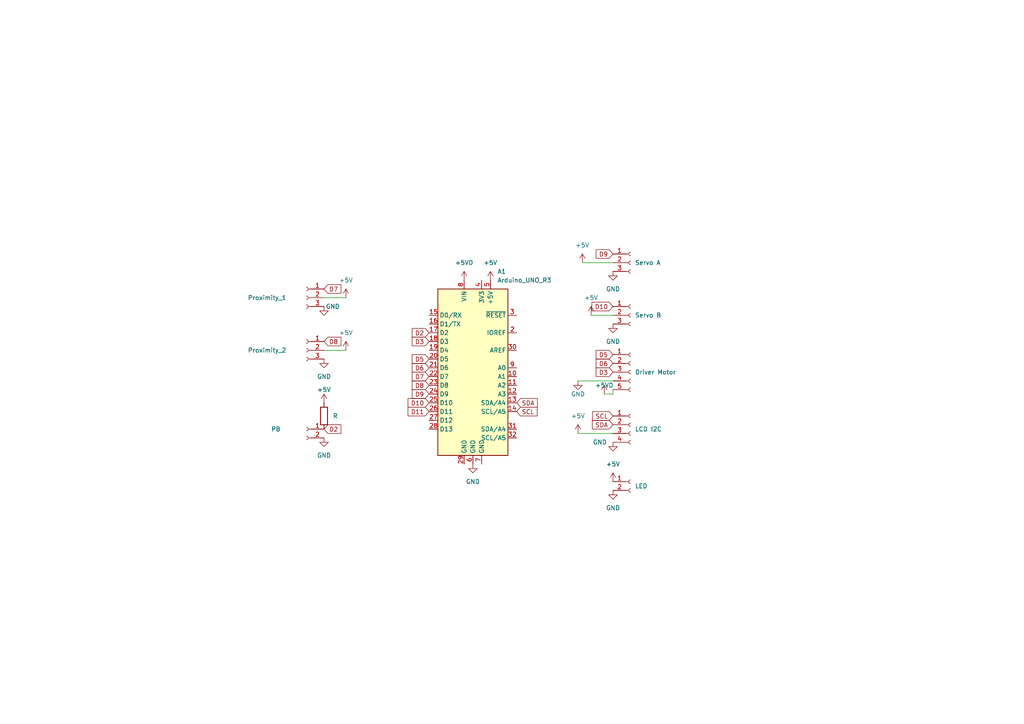
<source format=kicad_sch>
(kicad_sch (version 20211123) (generator eeschema)
  (paper "A4")
  (lib_symbols
    (symbol "Connector:Conn_01x02_Female" (pin_names (offset 1.016) hide)
      (property "Reference" "J" (at 0 2.54 0))
      (property "Value" "Conn_01x02_Female" (at 0 -5.08 0))
      (symbol "Conn_01x02_Female_1_1"
        (arc (start 0 -2.032) (mid -0.508 -2.54) (end 0 -3.048) (stroke (width 0.1524)))
        (polyline (pts (xy -1.27 -2.54) (xy -0.508 -2.54)) (stroke (width 0.1524)))
        (polyline (pts (xy -1.27 0) (xy -0.508 0)) (stroke (width 0.1524)))
        (arc (start 0 0.508) (mid -0.508 0) (end 0 -0.508) (stroke (width 0.1524)))
        (pin passive line (at -5.08 0 0) (length 3.81) (name "Pin_1") (number "1"))
        (pin passive line (at -5.08 -2.54 0) (length 3.81) (name "Pin_2") (number "2"))
      )
    )
    (symbol "Connector:Conn_01x03_Female" (pin_names (offset 1.016) hide)
      (property "Reference" "J" (at 0 5.08 0))
      (property "Value" "Conn_01x03_Female" (at 0 -5.08 0))
      (symbol "Conn_01x03_Female_1_1"
        (arc (start 0 -2.032) (mid -0.508 -2.54) (end 0 -3.048) (stroke (width 0.1524)))
        (polyline (pts (xy -1.27 -2.54) (xy -0.508 -2.54)) (stroke (width 0.1524)))
        (polyline (pts (xy -1.27 0) (xy -0.508 0)) (stroke (width 0.1524)))
        (polyline (pts (xy -1.27 2.54) (xy -0.508 2.54)) (stroke (width 0.1524)))
        (arc (start 0 0.508) (mid -0.508 0) (end 0 -0.508) (stroke (width 0.1524)))
        (arc (start 0 3.048) (mid -0.508 2.54) (end 0 2.032) (stroke (width 0.1524)))
        (pin passive line (at -5.08 2.54 0) (length 3.81) (name "Pin_1") (number "1"))
        (pin passive line (at -5.08 0 0) (length 3.81) (name "Pin_2") (number "2"))
        (pin passive line (at -5.08 -2.54 0) (length 3.81) (name "Pin_3") (number "3"))
      )
    )
    (symbol "Connector:Conn_01x04_Female" (pin_names (offset 1.016) hide)
      (property "Reference" "J" (at 0 5.08 0))
      (property "Value" "Conn_01x04_Female" (at 0 -7.62 0))
      (symbol "Conn_01x04_Female_1_1"
        (arc (start 0 -4.572) (mid -0.508 -5.08) (end 0 -5.588) (stroke (width 0.1524)))
        (arc (start 0 -2.032) (mid -0.508 -2.54) (end 0 -3.048) (stroke (width 0.1524)))
        (polyline (pts (xy -1.27 -5.08) (xy -0.508 -5.08)) (stroke (width 0.1524)))
        (polyline (pts (xy -1.27 -2.54) (xy -0.508 -2.54)) (stroke (width 0.1524)))
        (polyline (pts (xy -1.27 0) (xy -0.508 0)) (stroke (width 0.1524)))
        (polyline (pts (xy -1.27 2.54) (xy -0.508 2.54)) (stroke (width 0.1524)))
        (arc (start 0 0.508) (mid -0.508 0) (end 0 -0.508) (stroke (width 0.1524)))
        (arc (start 0 3.048) (mid -0.508 2.54) (end 0 2.032) (stroke (width 0.1524)))
        (pin passive line (at -5.08 2.54 0) (length 3.81) (name "Pin_1") (number "1"))
        (pin passive line (at -5.08 0 0) (length 3.81) (name "Pin_2") (number "2"))
        (pin passive line (at -5.08 -2.54 0) (length 3.81) (name "Pin_3") (number "3"))
        (pin passive line (at -5.08 -5.08 0) (length 3.81) (name "Pin_4") (number "4"))
      )
    )
    (symbol "Connector:Conn_01x05_Female" (pin_names (offset 1.016) hide)
      (property "Reference" "J" (at 0 7.62 0))
      (property "Value" "Conn_01x05_Female" (at 0 -7.62 0))
      (symbol "Conn_01x05_Female_1_1"
        (arc (start 0 -4.572) (mid -0.508 -5.08) (end 0 -5.588) (stroke (width 0.1524)))
        (arc (start 0 -2.032) (mid -0.508 -2.54) (end 0 -3.048) (stroke (width 0.1524)))
        (polyline (pts (xy -1.27 -5.08) (xy -0.508 -5.08)) (stroke (width 0.1524)))
        (polyline (pts (xy -1.27 -2.54) (xy -0.508 -2.54)) (stroke (width 0.1524)))
        (polyline (pts (xy -1.27 0) (xy -0.508 0)) (stroke (width 0.1524)))
        (polyline (pts (xy -1.27 2.54) (xy -0.508 2.54)) (stroke (width 0.1524)))
        (polyline (pts (xy -1.27 5.08) (xy -0.508 5.08)) (stroke (width 0.1524)))
        (arc (start 0 0.508) (mid -0.508 0) (end 0 -0.508) (stroke (width 0.1524)))
        (arc (start 0 3.048) (mid -0.508 2.54) (end 0 2.032) (stroke (width 0.1524)))
        (arc (start 0 5.588) (mid -0.508 5.08) (end 0 4.572) (stroke (width 0.1524)))
        (pin passive line (at -5.08 5.08 0) (length 3.81) (name "Pin_1") (number "1"))
        (pin passive line (at -5.08 2.54 0) (length 3.81) (name "Pin_2") (number "2"))
        (pin passive line (at -5.08 0 0) (length 3.81) (name "Pin_3") (number "3"))
        (pin passive line (at -5.08 -2.54 0) (length 3.81) (name "Pin_4") (number "4"))
        (pin passive line (at -5.08 -5.08 0) (length 3.81) (name "Pin_5") (number "5"))
      )
    )
    (symbol "Device:R" (pin_numbers hide) (pin_names (offset 0))
      (property "Reference" "R" (at 2.032 0 90))
      (property "Value" "R" (at 0 0 90))
      (symbol "R_0_1"
        (rectangle (start -1.016 -2.54) (end 1.016 2.54) (stroke (width 0.254)))
      )
      (symbol "R_1_1"
        (pin passive line (at 0 3.81 270) (length 1.27) (name "~") (number "1"))
        (pin passive line (at 0 -3.81 90) (length 1.27) (name "~") (number "2"))
      )
    )
    (symbol "MCU_Module:Arduino_UNO_R3"
      (property "Reference" "A" (at -10.16 23.495 0))
      (property "Value" "Arduino_UNO_R3" (at 5.08 -26.67 0))
      (symbol "Arduino_UNO_R3_0_1"
        (rectangle (start -10.16 22.86) (end 10.16 -25.4) (stroke (width 0.254)) (fill (type background)))
      )
      (symbol "Arduino_UNO_R3_1_1"
        (pin no_connect line (at -10.16 -20.32 0) (length 2.54) hide (name "NC") (number "1"))
        (pin bidirectional line (at 12.7 -2.54 180) (length 2.54) (name "A1") (number "10"))
        (pin bidirectional line (at 12.7 -5.08 180) (length 2.54) (name "A2") (number "11"))
        (pin bidirectional line (at 12.7 -7.62 180) (length 2.54) (name "A3") (number "12"))
        (pin bidirectional line (at 12.7 -10.16 180) (length 2.54) (name "SDA/A4") (number "13"))
        (pin bidirectional line (at 12.7 -12.7 180) (length 2.54) (name "SCL/A5") (number "14"))
        (pin bidirectional line (at -12.7 15.24 0) (length 2.54) (name "D0/RX") (number "15"))
        (pin bidirectional line (at -12.7 12.7 0) (length 2.54) (name "D1/TX") (number "16"))
        (pin bidirectional line (at -12.7 10.16 0) (length 2.54) (name "D2") (number "17"))
        (pin bidirectional line (at -12.7 7.62 0) (length 2.54) (name "D3") (number "18"))
        (pin bidirectional line (at -12.7 5.08 0) (length 2.54) (name "D4") (number "19"))
        (pin output line (at 12.7 10.16 180) (length 2.54) (name "IOREF") (number "2"))
        (pin bidirectional line (at -12.7 2.54 0) (length 2.54) (name "D5") (number "20"))
        (pin bidirectional line (at -12.7 0 0) (length 2.54) (name "D6") (number "21"))
        (pin bidirectional line (at -12.7 -2.54 0) (length 2.54) (name "D7") (number "22"))
        (pin bidirectional line (at -12.7 -5.08 0) (length 2.54) (name "D8") (number "23"))
        (pin bidirectional line (at -12.7 -7.62 0) (length 2.54) (name "D9") (number "24"))
        (pin bidirectional line (at -12.7 -10.16 0) (length 2.54) (name "D10") (number "25"))
        (pin bidirectional line (at -12.7 -12.7 0) (length 2.54) (name "D11") (number "26"))
        (pin bidirectional line (at -12.7 -15.24 0) (length 2.54) (name "D12") (number "27"))
        (pin bidirectional line (at -12.7 -17.78 0) (length 2.54) (name "D13") (number "28"))
        (pin power_in line (at -2.54 -27.94 90) (length 2.54) (name "GND") (number "29"))
        (pin input line (at 12.7 15.24 180) (length 2.54) (name "~{RESET}") (number "3"))
        (pin input line (at 12.7 5.08 180) (length 2.54) (name "AREF") (number "30"))
        (pin bidirectional line (at 12.7 -17.78 180) (length 2.54) (name "SDA/A4") (number "31"))
        (pin bidirectional line (at 12.7 -20.32 180) (length 2.54) (name "SCL/A5") (number "32"))
        (pin power_out line (at 2.54 25.4 270) (length 2.54) (name "3V3") (number "4"))
        (pin power_out line (at 5.08 25.4 270) (length 2.54) (name "+5V") (number "5"))
        (pin power_in line (at 0 -27.94 90) (length 2.54) (name "GND") (number "6"))
        (pin power_in line (at 2.54 -27.94 90) (length 2.54) (name "GND") (number "7"))
        (pin power_in line (at -2.54 25.4 270) (length 2.54) (name "VIN") (number "8"))
        (pin bidirectional line (at 12.7 0 180) (length 2.54) (name "A0") (number "9"))
      )
    )
    (symbol "power:+5V" (power) (pin_names (offset 0))
      (property "Value" "+5V" (at 0 3.556 0))
      (symbol "+5V_0_1"
        (polyline (pts (xy -0.762 1.27) (xy 0 2.54)))
        (polyline (pts (xy 0 0) (xy 0 2.54)))
        (polyline (pts (xy 0 2.54) (xy 0.762 1.27)))
      )
      (symbol "+5V_1_1"
        (pin power_in line (at 0 0 90) (length 0) hide (name "+5V") (number "1"))
      )
    )
    (symbol "power:+5VD" (power) (pin_names (offset 0))
      (property "Value" "+5VD" (at 0 3.556 0))
      (symbol "+5VD_0_1"
        (polyline (pts (xy -0.762 1.27) (xy 0 2.54)))
        (polyline (pts (xy 0 0) (xy 0 2.54)))
        (polyline (pts (xy 0 2.54) (xy 0.762 1.27)))
      )
      (symbol "+5VD_1_1"
        (pin power_in line (at 0 0 90) (length 0) hide (name "+5VD") (number "1"))
      )
    )
    (symbol "power:GND" (power) (pin_names (offset 0))
      (property "Value" "GND" (at 0 -3.81 0))
      (symbol "GND_0_1"
        (polyline (pts (xy 0 0) (xy 0 -1.27) (xy 1.27 -1.27) (xy 0 -2.54) (xy -1.27 -1.27) (xy 0 -1.27)))
      )
      (symbol "GND_1_1"
        (pin power_in line (at 0 0 270) (length 0) hide (name "GND") (number "1"))
      )
    )
  )
  (wire (pts (xy 100.33 101.6) (xy 93.98 101.6)))
  (wire (pts (xy 177.8 114.3) (xy 177.8 113.03)))
  (wire (pts (xy 167.64 125.73) (xy 177.8 125.73)))
  (wire (pts (xy 100.33 86.36) (xy 93.98 86.36)))
  (wire (pts (xy 171.45 91.44) (xy 177.8 91.44)))
  (wire (pts (xy 167.64 110.49) (xy 177.8 110.49)))
  (wire (pts (xy 175.26 114.3) (xy 177.8 114.3)))
  (wire (pts (xy 168.91 76.2) (xy 177.8 76.2)))
  (global_label "D6" (shape input) (at 177.8 105.41 180) (property "Intersheet References" "${INTERSHEET_REFS}" (effects hide)))
  (global_label "D6" (shape input) (at 124.46 106.68 180) (property "Intersheet References" "${INTERSHEET_REFS}" (effects hide)))
  (global_label "D10" (shape input) (at 124.46 116.84 180) (property "Intersheet References" "${INTERSHEET_REFS}" (effects hide)))
  (global_label "SDA" (shape input) (at 177.8 123.19 180) (property "Intersheet References" "${INTERSHEET_REFS}" (effects hide)))
  (global_label "D10" (shape input) (at 177.8 88.9 180) (property "Intersheet References" "${INTERSHEET_REFS}" (effects hide)))
  (global_label "D9" (shape input) (at 177.8 73.66 180) (property "Intersheet References" "${INTERSHEET_REFS}" (effects hide)))
  (global_label "D2" (shape input) (at 93.98 124.46 0) (property "Intersheet References" "${INTERSHEET_REFS}" (effects hide)))
  (global_label "D5" (shape input) (at 124.46 104.14 180) (property "Intersheet References" "${INTERSHEET_REFS}" (effects hide)))
  (global_label "SCL" (shape input) (at 177.8 120.65 180) (property "Intersheet References" "${INTERSHEET_REFS}" (effects hide)))
  (global_label "D7" (shape input) (at 93.98 83.82 0) (property "Intersheet References" "${INTERSHEET_REFS}" (effects hide)))
  (global_label "D7" (shape input) (at 124.46 109.22 180) (property "Intersheet References" "${INTERSHEET_REFS}" (effects hide)))
  (global_label "SDA" (shape input) (at 149.86 116.84 0) (property "Intersheet References" "${INTERSHEET_REFS}" (effects hide)))
  (global_label "D3" (shape input) (at 124.46 99.06 180) (property "Intersheet References" "${INTERSHEET_REFS}" (effects hide)))
  (global_label "SCL" (shape input) (at 149.86 119.38 0) (property "Intersheet References" "${INTERSHEET_REFS}" (effects hide)))
  (global_label "D2" (shape input) (at 124.46 96.52 180) (property "Intersheet References" "${INTERSHEET_REFS}" (effects hide)))
  (global_label "D5" (shape input) (at 177.8 102.87 180) (property "Intersheet References" "${INTERSHEET_REFS}" (effects hide)))
  (global_label "D9" (shape input) (at 124.46 114.3 180) (property "Intersheet References" "${INTERSHEET_REFS}" (effects hide)))
  (global_label "D8" (shape input) (at 124.46 111.76 180) (property "Intersheet References" "${INTERSHEET_REFS}" (effects hide)))
  (global_label "D3" (shape input) (at 177.8 107.95 180) (property "Intersheet References" "${INTERSHEET_REFS}" (effects hide)))
  (global_label "D11" (shape input) (at 124.46 119.38 180) (property "Intersheet References" "${INTERSHEET_REFS}" (effects hide)))
  (global_label "D8" (shape input) (at 93.98 99.06 0) (property "Intersheet References" "${INTERSHEET_REFS}" (effects hide)))
  (symbol (lib_id "Connector:Conn_01x03_Female") (at 88.9 86.36 0) (mirror y) (unit 1)
    (property "Reference" "J1" (effects hide))
    (property "Value" "Proximity_1" (at 77.47 86.36 0))
    (property "Footprint" "Connector_PinHeader_2.54mm:PinHeader_1x03_P2.54mm_Vertical" (effects hide))
  )
  (symbol (lib_id "power:GND") (at 177.8 142.24 0) (unit 1)
    (property "Reference" "#PWR0114" (effects hide))
    (property "Value" "GND" (at 177.8 147.32 0))
  )
  (symbol (lib_id "Connector:Conn_01x03_Female") (at 182.88 91.44 0) (unit 1)
    (property "Reference" "J5" (effects hide))
    (property "Value" "Servo B" (at 184.15 91.4399 0) (effects (justify left)))
    (property "Footprint" "Connector_PinHeader_2.54mm:PinHeader_1x03_P2.54mm_Vertical" (effects hide))
  )
  (symbol (lib_id "power:+5V") (at 100.33 101.6 0) (unit 1)
    (property "Reference" "#PWR0107" (effects hide))
    (property "Value" "+5V" (at 100.33 96.52 0))
  )
  (symbol (lib_id "power:+5V") (at 171.45 91.44 0) (unit 1)
    (property "Reference" "#PWR0117" (effects hide))
    (property "Value" "+5V" (at 171.45 86.36 0))
  )
  (symbol (lib_id "power:+5V") (at 177.8 139.7 0) (unit 1)
    (property "Reference" "#PWR0115" (effects hide))
    (property "Value" "+5V" (at 177.8 134.62 0))
  )
  (symbol (lib_id "Connector:Conn_01x05_Female") (at 182.88 107.95 0) (unit 1)
    (property "Reference" "J6" (effects hide))
    (property "Value" "Driver Motor" (at 184.15 107.9499 0) (effects (justify left)))
    (property "Footprint" "Connector_PinHeader_2.54mm:PinHeader_1x05_P2.54mm_Vertical" (effects hide))
  )
  (symbol (lib_id "power:GND") (at 167.64 110.49 0) (unit 1)
    (property "Reference" "#PWR0110" (effects hide))
    (property "Value" "GND" (at 167.64 114.3 0))
  )
  (symbol (lib_id "power:+5VD") (at 175.26 114.3 0) (unit 1)
    (property "Reference" "#PWR0113" (effects hide))
    (property "Value" "+5VD" (at 175.26 111.76 0))
  )
  (symbol (lib_id "power:+5V") (at 100.33 86.36 0) (unit 1)
    (property "Reference" "#PWR0109" (effects hide))
    (property "Value" "+5V" (at 100.33 81.28 0))
  )
  (symbol (lib_id "power:GND") (at 93.98 88.9 0) (unit 1)
    (property "Reference" "#PWR0108" (effects hide))
    (property "Value" "GND" (at 96.52 88.9 0))
  )
  (symbol (lib_id "power:+5V") (at 142.24 81.28 0) (unit 1)
    (property "Reference" "#PWR0105" (effects hide))
    (property "Value" "+5V" (at 142.24 76.2 0))
  )
  (symbol (lib_id "power:+5V") (at 167.64 125.73 0) (unit 1)
    (property "Reference" "#PWR0111" (effects hide))
    (property "Value" "+5V" (at 167.64 120.65 0))
  )
  (symbol (lib_id "power:+5V") (at 168.91 76.2 0) (unit 1)
    (property "Reference" "#PWR0119" (effects hide))
    (property "Value" "+5V" (at 168.91 71.12 0))
  )
  (symbol (lib_id "power:GND") (at 137.16 134.62 0) (unit 1)
    (property "Reference" "#PWR0104" (effects hide))
    (property "Value" "GND" (at 137.16 139.7 0))
  )
  (symbol (lib_id "power:GND") (at 177.8 128.27 0) (unit 1)
    (property "Reference" "#PWR0112" (effects hide))
    (property "Value" "GND" (at 173.99 128.27 0))
  )
  (symbol (lib_id "power:+5V") (at 93.98 116.84 0) (unit 1)
    (property "Reference" "#PWR0103" (effects hide))
    (property "Value" "+5V" (at 93.98 113.03 0))
  )
  (symbol (lib_id "Connector:Conn_01x03_Female") (at 182.88 76.2 0) (unit 1)
    (property "Reference" "J4" (effects hide))
    (property "Value" "Servo A" (at 184.15 76.1999 0) (effects (justify left)))
    (property "Footprint" "Connector_PinHeader_2.54mm:PinHeader_1x03_P2.54mm_Vertical" (effects hide))
  )
  (symbol (lib_id "Device:R") (at 93.98 120.65 0) (unit 1)
    (property "Reference" "R1" (effects hide))
    (property "Value" "R" (at 96.52 120.6499 0) (effects (justify left)))
    (property "Footprint" "Resistor_THT:R_Axial_DIN0207_L6.3mm_D2.5mm_P10.16mm_Horizontal" (effects hide))
  )
  (symbol (lib_id "MCU_Module:Arduino_UNO_R3") (at 137.16 106.68 0) (unit 1)
    (property "Reference" "A1" (at 144.2594 78.74 0) (effects (justify left)))
    (property "Value" "Arduino_UNO_R3" (at 144.2594 81.28 0) (effects (justify left)))
    (property "Footprint" "Module:Arduino_UNO_R3" (effects hide))
    (property "Datasheet" "https://www.arduino.cc/en/Main/arduinoBoardUno" (effects hide))
  )
  (symbol (lib_id "Connector:Conn_01x02_Female") (at 182.88 139.7 0) (unit 1)
    (property "Reference" "J8" (effects hide))
    (property "Value" "LED" (at 184.15 140.9699 0) (effects (justify left)))
    (property "Footprint" "Connector_PinHeader_2.54mm:PinHeader_1x02_P2.54mm_Vertical" (effects hide))
  )
  (symbol (lib_id "power:GND") (at 177.8 93.98 0) (unit 1)
    (property "Reference" "#PWR0116" (effects hide))
    (property "Value" "GND" (at 177.8 99.06 0))
  )
  (symbol (lib_id "power:+5VD") (at 134.62 81.28 0) (unit 1)
    (property "Reference" "#PWR0106" (effects hide))
    (property "Value" "+5VD" (at 134.62 76.2 0))
  )
  (symbol (lib_id "Connector:Conn_01x03_Female") (at 88.9 101.6 0) (mirror y) (unit 1)
    (property "Reference" "J2" (effects hide))
    (property "Value" "Proximity_2" (at 77.47 101.6 0))
    (property "Footprint" "Connector_PinHeader_2.54mm:PinHeader_1x03_P2.54mm_Vertical" (effects hide))
  )
  (symbol (lib_id "Connector:Conn_01x02_Female") (at 88.9 124.46 0) (mirror y) (unit 1)
    (property "Reference" "J3" (effects hide))
    (property "Value" "PB" (at 80.01 124.46 0))
    (property "Footprint" "Connector_PinHeader_2.54mm:PinHeader_1x02_P2.54mm_Vertical" (effects hide))
  )
  (symbol (lib_id "power:GND") (at 93.98 127 0) (unit 1)
    (property "Reference" "#PWR0102" (effects hide))
    (property "Value" "GND" (at 93.98 132.08 0))
  )
  (symbol (lib_id "Connector:Conn_01x04_Female") (at 182.88 123.19 0) (unit 1)
    (property "Reference" "J7" (effects hide))
    (property "Value" "LCD I2C" (at 184.15 124.4599 0) (effects (justify left)))
    (property "Footprint" "Connector_PinHeader_2.54mm:PinHeader_1x04_P2.54mm_Vertical" (effects hide))
  )
  (symbol (lib_id "power:GND") (at 177.8 78.74 0) (unit 1)
    (property "Reference" "#PWR0118" (effects hide))
    (property "Value" "GND" (at 177.8 83.82 0))
  )
  (symbol (lib_id "power:GND") (at 93.98 104.14 0) (unit 1)
    (property "Reference" "#PWR0101" (effects hide))
    (property "Value" "GND" (at 93.98 109.22 0))
  )
)
</source>
